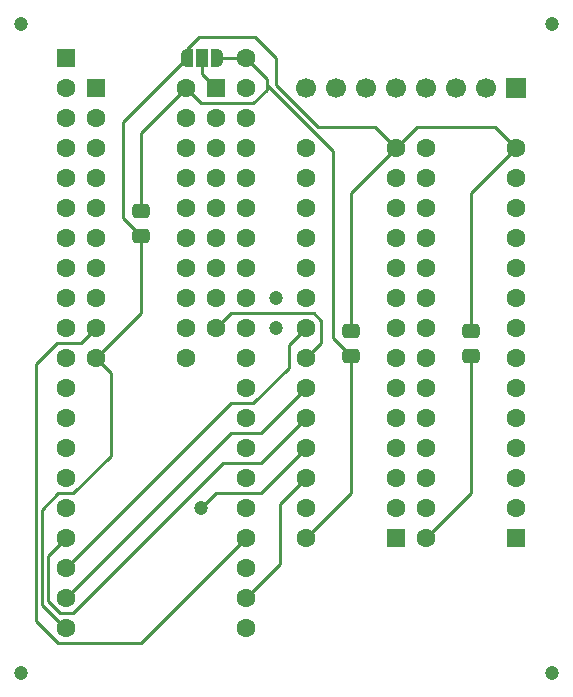
<source format=gbr>
%TF.GenerationSoftware,KiCad,Pcbnew,9.0.5*%
%TF.CreationDate,2025-10-18T15:16:22+02:00*%
%TF.ProjectId,a8sram,61387372-616d-42e6-9b69-6361645f7063,rev?*%
%TF.SameCoordinates,Original*%
%TF.FileFunction,Copper,L1,Top*%
%TF.FilePolarity,Positive*%
%FSLAX46Y46*%
G04 Gerber Fmt 4.6, Leading zero omitted, Abs format (unit mm)*
G04 Created by KiCad (PCBNEW 9.0.5) date 2025-10-18 15:16:22*
%MOMM*%
%LPD*%
G01*
G04 APERTURE LIST*
G04 Aperture macros list*
%AMRoundRect*
0 Rectangle with rounded corners*
0 $1 Rounding radius*
0 $2 $3 $4 $5 $6 $7 $8 $9 X,Y pos of 4 corners*
0 Add a 4 corners polygon primitive as box body*
4,1,4,$2,$3,$4,$5,$6,$7,$8,$9,$2,$3,0*
0 Add four circle primitives for the rounded corners*
1,1,$1+$1,$2,$3*
1,1,$1+$1,$4,$5*
1,1,$1+$1,$6,$7*
1,1,$1+$1,$8,$9*
0 Add four rect primitives between the rounded corners*
20,1,$1+$1,$2,$3,$4,$5,0*
20,1,$1+$1,$4,$5,$6,$7,0*
20,1,$1+$1,$6,$7,$8,$9,0*
20,1,$1+$1,$8,$9,$2,$3,0*%
%AMFreePoly0*
4,1,23,0.550000,-0.750000,0.000000,-0.750000,0.000000,-0.745722,-0.065263,-0.745722,-0.191342,-0.711940,-0.304381,-0.646677,-0.396677,-0.554381,-0.461940,-0.441342,-0.495722,-0.315263,-0.495722,-0.250000,-0.500000,-0.250000,-0.500000,0.250000,-0.495722,0.250000,-0.495722,0.315263,-0.461940,0.441342,-0.396677,0.554381,-0.304381,0.646677,-0.191342,0.711940,-0.065263,0.745722,0.000000,0.745722,
0.000000,0.750000,0.550000,0.750000,0.550000,-0.750000,0.550000,-0.750000,$1*%
%AMFreePoly1*
4,1,23,0.000000,0.745722,0.065263,0.745722,0.191342,0.711940,0.304381,0.646677,0.396677,0.554381,0.461940,0.441342,0.495722,0.315263,0.495722,0.250000,0.500000,0.250000,0.500000,-0.250000,0.495722,-0.250000,0.495722,-0.315263,0.461940,-0.441342,0.396677,-0.554381,0.304381,-0.646677,0.191342,-0.711940,0.065263,-0.745722,0.000000,-0.745722,0.000000,-0.750000,-0.550000,-0.750000,
-0.550000,0.750000,0.000000,0.750000,0.000000,0.745722,0.000000,0.745722,$1*%
G04 Aperture macros list end*
%TA.AperFunction,SMDPad,CuDef*%
%ADD10FreePoly0,180.000000*%
%TD*%
%TA.AperFunction,SMDPad,CuDef*%
%ADD11R,1.000000X1.500000*%
%TD*%
%TA.AperFunction,SMDPad,CuDef*%
%ADD12FreePoly1,180.000000*%
%TD*%
%TA.AperFunction,ComponentPad*%
%ADD13RoundRect,0.250000X0.550000X0.550000X-0.550000X0.550000X-0.550000X-0.550000X0.550000X-0.550000X0*%
%TD*%
%TA.AperFunction,ComponentPad*%
%ADD14C,1.600000*%
%TD*%
%TA.AperFunction,ComponentPad*%
%ADD15R,1.600000X1.600000*%
%TD*%
%TA.AperFunction,ComponentPad*%
%ADD16R,1.700000X1.700000*%
%TD*%
%TA.AperFunction,ComponentPad*%
%ADD17C,1.700000*%
%TD*%
%TA.AperFunction,ComponentPad*%
%ADD18RoundRect,0.250000X-0.550000X-0.550000X0.550000X-0.550000X0.550000X0.550000X-0.550000X0.550000X0*%
%TD*%
%TA.AperFunction,SMDPad,CuDef*%
%ADD19RoundRect,0.250000X0.475000X-0.337500X0.475000X0.337500X-0.475000X0.337500X-0.475000X-0.337500X0*%
%TD*%
%TA.AperFunction,SMDPad,CuDef*%
%ADD20RoundRect,0.250000X-0.475000X0.337500X-0.475000X-0.337500X0.475000X-0.337500X0.475000X0.337500X0*%
%TD*%
%TA.AperFunction,ViaPad*%
%ADD21C,1.200000*%
%TD*%
%TA.AperFunction,Conductor*%
%ADD22C,0.250000*%
%TD*%
G04 APERTURE END LIST*
D10*
%TO.P,JP1,1,A*%
%TO.N,+5V*%
X114427000Y-50800000D03*
D11*
%TO.P,JP1,2,C*%
%TO.N,Net-(JP1-C)*%
X113127000Y-50800000D03*
D12*
%TO.P,JP1,3,B*%
%TO.N,GND*%
X111827000Y-50800000D03*
%TD*%
D13*
%TO.P,U6,1,A14*%
%TO.N,/A14*%
X139700000Y-91440000D03*
D14*
%TO.P,U6,2,A12*%
%TO.N,/A12*%
X139700000Y-88900000D03*
%TO.P,U6,3,A7*%
%TO.N,/A7*%
X139700000Y-86360000D03*
%TO.P,U6,4,A6*%
%TO.N,/A6*%
X139700000Y-83820000D03*
%TO.P,U6,5,A5*%
%TO.N,/A5*%
X139700000Y-81280000D03*
%TO.P,U6,6,A4*%
%TO.N,/A4*%
X139700000Y-78740000D03*
%TO.P,U6,7,A3*%
%TO.N,/A3*%
X139700000Y-76200000D03*
%TO.P,U6,8,A2*%
%TO.N,/A2*%
X139700000Y-73660000D03*
%TO.P,U6,9,A1*%
%TO.N,/A1*%
X139700000Y-71120000D03*
%TO.P,U6,10,A0*%
%TO.N,/A0*%
X139700000Y-68580000D03*
%TO.P,U6,11,Q0*%
%TO.N,/D0*%
X139700000Y-66040000D03*
%TO.P,U6,12,Q1*%
%TO.N,/D1*%
X139700000Y-63500000D03*
%TO.P,U6,13,Q2*%
%TO.N,/D2*%
X139700000Y-60960000D03*
%TO.P,U6,14,GND*%
%TO.N,GND*%
X139700000Y-58420000D03*
%TO.P,U6,15,Q3*%
%TO.N,/D3*%
X132080000Y-58420000D03*
%TO.P,U6,16,Q4*%
%TO.N,/D4*%
X132080000Y-60960000D03*
%TO.P,U6,17,Q5*%
%TO.N,/D5*%
X132080000Y-63500000D03*
%TO.P,U6,18,Q6*%
%TO.N,/D6*%
X132080000Y-66040000D03*
%TO.P,U6,19,Q7*%
%TO.N,/D7*%
X132080000Y-68580000D03*
%TO.P,U6,20,~{CS}*%
%TO.N,_CS2*%
X132080000Y-71120000D03*
%TO.P,U6,21,A10*%
%TO.N,/A10*%
X132080000Y-73660000D03*
%TO.P,U6,22,~{OE}*%
%TO.N,_OE*%
X132080000Y-76200000D03*
%TO.P,U6,23,A11*%
%TO.N,/A11*%
X132080000Y-78740000D03*
%TO.P,U6,24,A9*%
%TO.N,/A9*%
X132080000Y-81280000D03*
%TO.P,U6,25,A8*%
%TO.N,/A8*%
X132080000Y-83820000D03*
%TO.P,U6,26,A13*%
%TO.N,/A13*%
X132080000Y-86360000D03*
%TO.P,U6,27,~{WE}*%
%TO.N,RW*%
X132080000Y-88900000D03*
%TO.P,U6,28,VCC*%
%TO.N,+5V*%
X132080000Y-91440000D03*
%TD*%
D15*
%TO.P,RN1,1,common*%
%TO.N,Net-(JP1-C)*%
X114300000Y-53340000D03*
D14*
%TO.P,RN1,2,R1*%
%TO.N,CLK{slash}2*%
X114300000Y-55880000D03*
%TO.P,RN1,3,R2*%
%TO.N,OSC*%
X114300000Y-58420000D03*
%TO.P,RN1,4,R3*%
%TO.N,O3*%
X114300000Y-60960000D03*
%TO.P,RN1,5,R4*%
%TO.N,O4*%
X114300000Y-63500000D03*
%TO.P,RN1,6,R5*%
%TO.N,O5*%
X114300000Y-66040000D03*
%TO.P,RN1,7,R6*%
%TO.N,_CS2*%
X114300000Y-68580000D03*
%TO.P,RN1,8,R7*%
%TO.N,_CS1*%
X114300000Y-71120000D03*
%TO.P,RN1,9,R8*%
%TO.N,_OE*%
X114300000Y-73660000D03*
%TD*%
D16*
%TO.P,J1,1,Pin_1*%
%TO.N,/D0*%
X139700000Y-53340000D03*
D17*
%TO.P,J1,2,Pin_2*%
%TO.N,/D1*%
X137160000Y-53340000D03*
%TO.P,J1,3,Pin_3*%
%TO.N,/D2*%
X134620000Y-53340000D03*
%TO.P,J1,4,Pin_4*%
%TO.N,/D3*%
X132080000Y-53340000D03*
%TO.P,J1,5,Pin_5*%
%TO.N,/D4*%
X129540000Y-53340000D03*
%TO.P,J1,6,Pin_6*%
%TO.N,/D5*%
X127000000Y-53340000D03*
%TO.P,J1,7,Pin_7*%
%TO.N,/D6*%
X124460000Y-53340000D03*
%TO.P,J1,8,Pin_8*%
%TO.N,/D7*%
X121920000Y-53340000D03*
%TD*%
D18*
%TO.P,U4,1,CLK0*%
%TO.N,unconnected-(U4-CLK0-Pad1)*%
X101600000Y-50800000D03*
D14*
%TO.P,U4,2,CLK*%
%TO.N,CLK*%
X101600000Y-53340000D03*
%TO.P,U4,3,EXTSEL*%
%TO.N,_EXTSEL*%
X101600000Y-55880000D03*
%TO.P,U4,4,_CI*%
%TO.N,_CI*%
X101600000Y-58420000D03*
%TO.P,U4,5,O2*%
%TO.N,_O2*%
X101600000Y-60960000D03*
%TO.P,U4,6,NC*%
%TO.N,unconnected-(U4-NC-Pad6)*%
X101600000Y-63500000D03*
%TO.P,U4,7,NC*%
%TO.N,unconnected-(U4-NC-Pad7)*%
X101600000Y-66040000D03*
%TO.P,U4,8,A0*%
%TO.N,/A0*%
X101600000Y-68580000D03*
%TO.P,U4,9,A1*%
%TO.N,/A1*%
X101600000Y-71120000D03*
%TO.P,U4,10,A2*%
%TO.N,/A2*%
X101600000Y-73660000D03*
%TO.P,U4,11,A3*%
%TO.N,/A3*%
X101600000Y-76200000D03*
%TO.P,U4,12,A4*%
%TO.N,/A4*%
X101600000Y-78740000D03*
%TO.P,U4,13,A5*%
%TO.N,/A5*%
X101600000Y-81280000D03*
%TO.P,U4,14,A6*%
%TO.N,/A6*%
X101600000Y-83820000D03*
%TO.P,U4,15,A7*%
%TO.N,/A7*%
X101600000Y-86360000D03*
%TO.P,U4,16,A8*%
%TO.N,/A8*%
X101600000Y-88900000D03*
%TO.P,U4,17,A9*%
%TO.N,/A9*%
X101600000Y-91440000D03*
%TO.P,U4,18,A10*%
%TO.N,/A10*%
X101600000Y-93980000D03*
%TO.P,U4,19,A11*%
%TO.N,/A11*%
X101600000Y-96520000D03*
%TO.P,U4,20,Vss*%
%TO.N,GND*%
X101600000Y-99060000D03*
%TO.P,U4,21,A12*%
%TO.N,/A12*%
X116840000Y-99060000D03*
%TO.P,U4,22,A13*%
%TO.N,/A13*%
X116840000Y-96520000D03*
%TO.P,U4,23,FA14*%
%TO.N,/A14*%
X116840000Y-93980000D03*
%TO.P,U4,24,FA15*%
%TO.N,A15*%
X116840000Y-91440000D03*
%TO.P,U4,25,RA7*%
%TO.N,unconnected-(U4-RA7-Pad25)*%
X116840000Y-88900000D03*
%TO.P,U4,26,RA6*%
%TO.N,unconnected-(U4-RA6-Pad26)*%
X116840000Y-86360000D03*
%TO.P,U4,27,RA5*%
%TO.N,unconnected-(U4-RA5-Pad27)*%
X116840000Y-83820000D03*
%TO.P,U4,28,RA4*%
%TO.N,unconnected-(U4-RA4-Pad28)*%
X116840000Y-81280000D03*
%TO.P,U4,29,RA3*%
%TO.N,unconnected-(U4-RA3-Pad29)*%
X116840000Y-78740000D03*
%TO.P,U4,30,RA2*%
%TO.N,unconnected-(U4-RA2-Pad30)*%
X116840000Y-76200000D03*
%TO.P,U4,31,RA1*%
%TO.N,unconnected-(U4-RA1-Pad31)*%
X116840000Y-73660000D03*
%TO.P,U4,32,RA0*%
%TO.N,unconnected-(U4-RA0-Pad32)*%
X116840000Y-71120000D03*
%TO.P,U4,33,_RAS*%
%TO.N,unconnected-(U4-_RAS-Pad33)*%
X116840000Y-68580000D03*
%TO.P,U4,34,_WRT*%
%TO.N,unconnected-(U4-_WRT-Pad34)*%
X116840000Y-66040000D03*
%TO.P,U4,35,_CAS*%
%TO.N,unconnected-(U4-_CAS-Pad35)*%
X116840000Y-63500000D03*
%TO.P,U4,36,NC*%
%TO.N,unconnected-(U4-NC-Pad36)*%
X116840000Y-60960000D03*
%TO.P,U4,37,OSC*%
%TO.N,OSC*%
X116840000Y-58420000D03*
%TO.P,U4,38,R/_W*%
%TO.N,RW*%
X116840000Y-55880000D03*
%TO.P,U4,39,_RST*%
%TO.N,unconnected-(U4-_RST-Pad39)*%
X116840000Y-53340000D03*
%TO.P,U4,40,Vcc*%
%TO.N,+5V*%
X116840000Y-50800000D03*
%TD*%
D19*
%TO.P,C6,1*%
%TO.N,+5V*%
X135895000Y-75967500D03*
%TO.P,C6,2*%
%TO.N,GND*%
X135895000Y-73892500D03*
%TD*%
%TO.P,C5,1*%
%TO.N,+5V*%
X125735000Y-75967500D03*
%TO.P,C5,2*%
%TO.N,GND*%
X125735000Y-73892500D03*
%TD*%
D20*
%TO.P,C1,1*%
%TO.N,+5V*%
X107945000Y-63732500D03*
%TO.P,C1,2*%
%TO.N,GND*%
X107945000Y-65807500D03*
%TD*%
D18*
%TO.P,U1,1,I1/CLK*%
%TO.N,CLK*%
X104140000Y-53340000D03*
D14*
%TO.P,U1,2,I2*%
%TO.N,_EXTSEL*%
X104140000Y-55880000D03*
%TO.P,U1,3,I3*%
%TO.N,_CI*%
X104140000Y-58420000D03*
%TO.P,U1,4,I4*%
%TO.N,_O2*%
X104140000Y-60960000D03*
%TO.P,U1,5,I5*%
%TO.N,RW*%
X104140000Y-63500000D03*
%TO.P,U1,6,I6*%
%TO.N,I6*%
X104140000Y-66040000D03*
%TO.P,U1,7,I7*%
%TO.N,I7*%
X104140000Y-68580000D03*
%TO.P,U1,8,I8*%
%TO.N,I8*%
X104140000Y-71120000D03*
%TO.P,U1,9,I9*%
%TO.N,A15*%
X104140000Y-73660000D03*
%TO.P,U1,10,GND*%
%TO.N,GND*%
X104140000Y-76200000D03*
%TO.P,U1,11,I10/~{OE}*%
X111760000Y-76200000D03*
%TO.P,U1,12,IO8*%
%TO.N,_OE*%
X111760000Y-73660000D03*
%TO.P,U1,13,IO7*%
%TO.N,_CS1*%
X111760000Y-71120000D03*
%TO.P,U1,14,IO6*%
%TO.N,_CS2*%
X111760000Y-68580000D03*
%TO.P,U1,15,IO5*%
%TO.N,O5*%
X111760000Y-66040000D03*
%TO.P,U1,16,IO4*%
%TO.N,O4*%
X111760000Y-63500000D03*
%TO.P,U1,17,I03*%
%TO.N,O3*%
X111760000Y-60960000D03*
%TO.P,U1,18,IO2*%
%TO.N,OSC*%
X111760000Y-58420000D03*
%TO.P,U1,19,IO1*%
%TO.N,CLK{slash}2*%
X111760000Y-55880000D03*
%TO.P,U1,20,VCC*%
%TO.N,+5V*%
X111760000Y-53340000D03*
%TD*%
D13*
%TO.P,U5,1,A14*%
%TO.N,/A14*%
X129540000Y-91440000D03*
D14*
%TO.P,U5,2,A12*%
%TO.N,/A12*%
X129540000Y-88900000D03*
%TO.P,U5,3,A7*%
%TO.N,/A7*%
X129540000Y-86360000D03*
%TO.P,U5,4,A6*%
%TO.N,/A6*%
X129540000Y-83820000D03*
%TO.P,U5,5,A5*%
%TO.N,/A5*%
X129540000Y-81280000D03*
%TO.P,U5,6,A4*%
%TO.N,/A4*%
X129540000Y-78740000D03*
%TO.P,U5,7,A3*%
%TO.N,/A3*%
X129540000Y-76200000D03*
%TO.P,U5,8,A2*%
%TO.N,/A2*%
X129540000Y-73660000D03*
%TO.P,U5,9,A1*%
%TO.N,/A1*%
X129540000Y-71120000D03*
%TO.P,U5,10,A0*%
%TO.N,/A0*%
X129540000Y-68580000D03*
%TO.P,U5,11,Q0*%
%TO.N,/D0*%
X129540000Y-66040000D03*
%TO.P,U5,12,Q1*%
%TO.N,/D1*%
X129540000Y-63500000D03*
%TO.P,U5,13,Q2*%
%TO.N,/D2*%
X129540000Y-60960000D03*
%TO.P,U5,14,GND*%
%TO.N,GND*%
X129540000Y-58420000D03*
%TO.P,U5,15,Q3*%
%TO.N,/D3*%
X121920000Y-58420000D03*
%TO.P,U5,16,Q4*%
%TO.N,/D4*%
X121920000Y-60960000D03*
%TO.P,U5,17,Q5*%
%TO.N,/D5*%
X121920000Y-63500000D03*
%TO.P,U5,18,Q6*%
%TO.N,/D6*%
X121920000Y-66040000D03*
%TO.P,U5,19,Q7*%
%TO.N,/D7*%
X121920000Y-68580000D03*
%TO.P,U5,20,~{CS}*%
%TO.N,_CS1*%
X121920000Y-71120000D03*
%TO.P,U5,21,A10*%
%TO.N,/A10*%
X121920000Y-73660000D03*
%TO.P,U5,22,~{OE}*%
%TO.N,_OE*%
X121920000Y-76200000D03*
%TO.P,U5,23,A11*%
%TO.N,/A11*%
X121920000Y-78740000D03*
%TO.P,U5,24,A9*%
%TO.N,/A9*%
X121920000Y-81280000D03*
%TO.P,U5,25,A8*%
%TO.N,/A8*%
X121920000Y-83820000D03*
%TO.P,U5,26,A13*%
%TO.N,/A13*%
X121920000Y-86360000D03*
%TO.P,U5,27,~{WE}*%
%TO.N,RW*%
X121920000Y-88900000D03*
%TO.P,U5,28,VCC*%
%TO.N,+5V*%
X121920000Y-91440000D03*
%TD*%
D21*
%TO.N,*%
X142790000Y-47870000D03*
X97790000Y-47870000D03*
X97790000Y-102870000D03*
X142790000Y-102870000D03*
%TO.N,/A8*%
X113030000Y-88900000D03*
%TO.N,/A1*%
X119380000Y-73660000D03*
%TO.N,_CS1*%
X119380000Y-71120000D03*
%TD*%
D22*
%TO.N,GND*%
X111827000Y-50045000D02*
X112850000Y-49022000D01*
X104140000Y-76200000D02*
X107945000Y-72395000D01*
X112850000Y-49022000D02*
X117602000Y-49022000D01*
X104140000Y-76200000D02*
X105410000Y-77470000D01*
X107945000Y-72395000D02*
X107945000Y-65807500D01*
X105410000Y-84474339D02*
X102254339Y-87630000D01*
X122936000Y-56642000D02*
X127762000Y-56642000D01*
X106426000Y-56201000D02*
X106426000Y-64288500D01*
X102254339Y-87630000D02*
X100965000Y-87630000D01*
X101574600Y-99060000D02*
X101600000Y-99060000D01*
X100965000Y-87630000D02*
X99568000Y-89027000D01*
X105410000Y-77470000D02*
X105410000Y-84474339D01*
X135895000Y-62225000D02*
X139700000Y-58420000D01*
X139700000Y-58420000D02*
X137922000Y-56642000D01*
X106426000Y-64288500D02*
X107945000Y-65807500D01*
X125735000Y-62225000D02*
X125735000Y-73892500D01*
X99568000Y-89027000D02*
X99568000Y-97053400D01*
X117602000Y-49022000D02*
X119380000Y-50800000D01*
X119380000Y-50800000D02*
X119380000Y-53086000D01*
X129540000Y-58420000D02*
X127762000Y-56642000D01*
X135895000Y-73892500D02*
X135895000Y-62225000D01*
X137922000Y-56642000D02*
X131318000Y-56642000D01*
X131318000Y-56642000D02*
X129540000Y-58420000D01*
X111827000Y-50800000D02*
X111827000Y-50045000D01*
X99568000Y-97053400D02*
X101574600Y-99060000D01*
X119380000Y-53086000D02*
X122936000Y-56642000D01*
X129540000Y-58420000D02*
X125735000Y-62225000D01*
X111827000Y-50800000D02*
X106426000Y-56201000D01*
%TO.N,+5V*%
X125735000Y-87625000D02*
X125735000Y-75967500D01*
X111760000Y-53340000D02*
X113030000Y-54610000D01*
X107945000Y-57155000D02*
X107945000Y-63732500D01*
X116459000Y-50419000D02*
X116840000Y-50800000D01*
X118618000Y-53086000D02*
X118618000Y-52578000D01*
X125735000Y-75967500D02*
X124206000Y-74438500D01*
X124206000Y-74438500D02*
X124206000Y-58674000D01*
X117475000Y-54610000D02*
X118618000Y-53467000D01*
X121920000Y-91440000D02*
X125735000Y-87625000D01*
X118618000Y-52578000D02*
X116840000Y-50800000D01*
X111760000Y-53340000D02*
X107945000Y-57155000D01*
X124206000Y-58674000D02*
X118618000Y-53086000D01*
X116840000Y-50800000D02*
X114427000Y-50800000D01*
X113030000Y-54610000D02*
X117475000Y-54610000D01*
X132080000Y-91440000D02*
X135895000Y-87625000D01*
X118618000Y-53467000D02*
X118618000Y-53086000D01*
X135895000Y-87625000D02*
X135895000Y-75967500D01*
%TO.N,A15*%
X100838000Y-74930000D02*
X102870000Y-74930000D01*
X100965000Y-100330000D02*
X99060000Y-98425000D01*
X107950000Y-100330000D02*
X100965000Y-100330000D01*
X116840000Y-91440000D02*
X107950000Y-100330000D01*
X99060000Y-98425000D02*
X99060000Y-76708000D01*
X99060000Y-76708000D02*
X100838000Y-74930000D01*
X102870000Y-74930000D02*
X104140000Y-73660000D01*
%TO.N,/A10*%
X115570000Y-80010000D02*
X101600000Y-93980000D01*
X117475000Y-80010000D02*
X115570000Y-80010000D01*
X120481000Y-75099000D02*
X120481000Y-77004000D01*
X120481000Y-77004000D02*
X117475000Y-80010000D01*
X121920000Y-73660000D02*
X120481000Y-75099000D01*
%TO.N,/A9*%
X114935000Y-85090000D02*
X102235000Y-97790000D01*
X100076000Y-92964000D02*
X101600000Y-91440000D01*
X118110000Y-85090000D02*
X114935000Y-85090000D01*
X101092000Y-97790000D02*
X100076000Y-96774000D01*
X102235000Y-97790000D02*
X101092000Y-97790000D01*
X100076000Y-96774000D02*
X100076000Y-92964000D01*
X121920000Y-81280000D02*
X118110000Y-85090000D01*
%TO.N,/A13*%
X119761000Y-88519000D02*
X121920000Y-86360000D01*
X119761000Y-88519000D02*
X119761000Y-93599000D01*
X119761000Y-93599000D02*
X116840000Y-96520000D01*
%TO.N,/A8*%
X115570000Y-87630000D02*
X114300000Y-87630000D01*
X114300000Y-87630000D02*
X113030000Y-88900000D01*
X118110000Y-87630000D02*
X115570000Y-87630000D01*
X121920000Y-83820000D02*
X118110000Y-87630000D01*
%TO.N,/A11*%
X121920000Y-78740000D02*
X118110000Y-82550000D01*
X115570000Y-82550000D02*
X101600000Y-96520000D01*
X118110000Y-82550000D02*
X115570000Y-82550000D01*
%TO.N,Net-(JP1-C)*%
X114300000Y-53340000D02*
X113127000Y-52167000D01*
X113127000Y-52167000D02*
X113127000Y-50800000D01*
%TO.N,_OE*%
X122580400Y-72390000D02*
X123190000Y-72999600D01*
X115570000Y-72390000D02*
X114300000Y-73660000D01*
X123190000Y-72999600D02*
X123190000Y-74930000D01*
X122580400Y-72390000D02*
X115570000Y-72390000D01*
X123190000Y-74930000D02*
X121920000Y-76200000D01*
%TD*%
M02*

</source>
